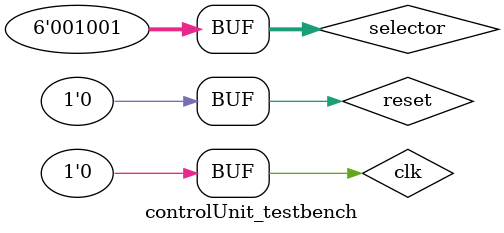
<source format=v>
`timescale 1ns / 1ps


module controlUnit_testbench;

	// Inputs
	reg [5:0] selector;
	reg clk;
	reg reset;

	// Outputs
	wire [3:0] alu_selector;
	wire is_branch;
	wire write_to_reg;
	wire write_to_memory;
	wire read_from_memory;
	wire ALU_src;
	wire register_data;
	wire constant_src;
	wire reg_to_PC;
	wire select_reg_write;

	// Instantiate the Unit Under Test (UUT)
	controlUnit uut (
		.selector(selector), 
		.clk(clk), 
		.reset(reset), 
		.alu_selector(alu_selector), 
		.is_branch(is_branch), 
		.write_to_reg(write_to_reg), 
		.write_to_memory(write_to_memory), 
		.read_from_memory(read_from_memory), 
		.ALU_src(ALU_src), 
		.register_data(register_data), 
		.constant_src(constant_src), 
		.reg_to_PC(reg_to_PC), 
		.select_reg_write(select_reg_write)
	);

	initial begin
		// Initialize Inputs
		selector = 0;
		clk = 0;
		reset = 0;

		// Wait 100 ns for global reset to finish
		#100;
        
		// Add stimulus here
		$monitor("alu_selector=%d, is_branch=%d, write_to_reg=%d, write_to_memory=%d, read_from_memory=%d, ALU_src=%d, register_data=%d, constant_src=%d, reg_to_PC=%d, select_reg_write=%d",alu_selector,is_branch,write_to_reg,write_to_memory,read_from_memory,ALU_src,register_data,constant_src,reg_to_PC,select_reg_write);
        
		// Add stimulus here
		#10 selector = 6'd0; clk = ~clk; clk = ~clk;
		#10 selector = 6'd1; clk = ~clk; clk = ~clk;
		#10 selector = 6'd2; clk = ~clk; clk = ~clk;
		#10 selector = 6'd3; clk = ~clk; clk = ~clk;
		#10 selector = 6'd4; clk = ~clk; clk = ~clk;
		#10 selector = 6'd5; clk = ~clk; clk = ~clk;
		#10 selector = 6'd6; clk = ~clk; clk = ~clk;
		#10 selector = 6'd7; clk = ~clk; clk = ~clk;
		#10 selector = 6'd8; clk = ~clk; clk = ~clk;
		#10 selector = 6'd9; clk = ~clk; clk = ~clk;

	end
      
endmodule


</source>
